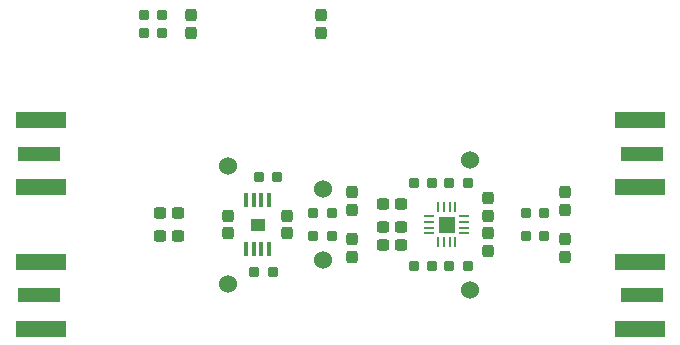
<source format=gbr>
%TF.GenerationSoftware,Altium Limited,Altium Designer,24.2.2 (26)*%
G04 Layer_Color=8421504*
%FSLAX45Y45*%
%MOMM*%
%TF.SameCoordinates,D2FE35CC-22CD-4169-9643-A2803306E4A1*%
%TF.FilePolarity,Positive*%
%TF.FileFunction,Paste,Top*%
%TF.Part,Single*%
G01*
G75*
%TA.AperFunction,ConnectorPad*%
%ADD10R,4.20000X1.35000*%
%ADD11R,3.60000X1.27000*%
%TA.AperFunction,SMDPad,CuDef*%
G04:AMPARAMS|DCode=12|XSize=1mm|YSize=1.05mm|CornerRadius=0.25mm|HoleSize=0mm|Usage=FLASHONLY|Rotation=180.000|XOffset=0mm|YOffset=0mm|HoleType=Round|Shape=RoundedRectangle|*
%AMROUNDEDRECTD12*
21,1,1.00000,0.55000,0,0,180.0*
21,1,0.50000,1.05000,0,0,180.0*
1,1,0.50000,-0.25000,0.27500*
1,1,0.50000,0.25000,0.27500*
1,1,0.50000,0.25000,-0.27500*
1,1,0.50000,-0.25000,-0.27500*
%
%ADD12ROUNDEDRECTD12*%
G04:AMPARAMS|DCode=13|XSize=0.9mm|YSize=0.85mm|CornerRadius=0.2125mm|HoleSize=0mm|Usage=FLASHONLY|Rotation=90.000|XOffset=0mm|YOffset=0mm|HoleType=Round|Shape=RoundedRectangle|*
%AMROUNDEDRECTD13*
21,1,0.90000,0.42500,0,0,90.0*
21,1,0.47500,0.85000,0,0,90.0*
1,1,0.42500,0.21250,0.23750*
1,1,0.42500,0.21250,-0.23750*
1,1,0.42500,-0.21250,-0.23750*
1,1,0.42500,-0.21250,0.23750*
%
%ADD13ROUNDEDRECTD13*%
G04:AMPARAMS|DCode=14|XSize=0.9mm|YSize=0.85mm|CornerRadius=0.2125mm|HoleSize=0mm|Usage=FLASHONLY|Rotation=0.000|XOffset=0mm|YOffset=0mm|HoleType=Round|Shape=RoundedRectangle|*
%AMROUNDEDRECTD14*
21,1,0.90000,0.42500,0,0,0.0*
21,1,0.47500,0.85000,0,0,0.0*
1,1,0.42500,0.23750,-0.21250*
1,1,0.42500,-0.23750,-0.21250*
1,1,0.42500,-0.23750,0.21250*
1,1,0.42500,0.23750,0.21250*
%
%ADD14ROUNDEDRECTD14*%
G04:AMPARAMS|DCode=15|XSize=1mm|YSize=1.05mm|CornerRadius=0.25mm|HoleSize=0mm|Usage=FLASHONLY|Rotation=90.000|XOffset=0mm|YOffset=0mm|HoleType=Round|Shape=RoundedRectangle|*
%AMROUNDEDRECTD15*
21,1,1.00000,0.55000,0,0,90.0*
21,1,0.50000,1.05000,0,0,90.0*
1,1,0.50000,0.27500,0.25000*
1,1,0.50000,0.27500,-0.25000*
1,1,0.50000,-0.27500,-0.25000*
1,1,0.50000,-0.27500,0.25000*
%
%ADD15ROUNDEDRECTD15*%
%ADD16C,1.52400*%
%ADD17R,0.41493X1.24042*%
G04:AMPARAMS|DCode=18|XSize=1.24042mm|YSize=0.41493mm|CornerRadius=0.20746mm|HoleSize=0mm|Usage=FLASHONLY|Rotation=270.000|XOffset=0mm|YOffset=0mm|HoleType=Round|Shape=RoundedRectangle|*
%AMROUNDEDRECTD18*
21,1,1.24042,0.00000,0,0,270.0*
21,1,0.82550,0.41493,0,0,270.0*
1,1,0.41492,0.00000,-0.41275*
1,1,0.41492,0.00000,0.41275*
1,1,0.41492,0.00000,0.41275*
1,1,0.41492,0.00000,-0.41275*
%
%ADD18ROUNDEDRECTD18*%
%ADD20O,0.25000X1.00000*%
%ADD21O,1.00000X0.25000*%
%ADD22R,1.45000X1.45000*%
%TA.AperFunction,NonConductor*%
%ADD54R,1.22844X1.02843*%
D10*
X216000Y1932500D02*
D03*
Y1367500D02*
D03*
X5284000D02*
D03*
Y1932500D02*
D03*
Y2567500D02*
D03*
Y3132500D02*
D03*
X216000D02*
D03*
Y2567500D02*
D03*
D11*
X196000Y1650000D02*
D03*
X5304000D02*
D03*
Y2850000D02*
D03*
X196000D02*
D03*
D12*
X2590000Y3875000D02*
D03*
Y4025000D02*
D03*
X1490000Y4025000D02*
D03*
Y3875000D02*
D03*
X1800000Y2325000D02*
D03*
Y2175000D02*
D03*
X2300000Y2175000D02*
D03*
Y2325000D02*
D03*
X4650000Y1975000D02*
D03*
Y2125000D02*
D03*
Y2525000D02*
D03*
Y2375000D02*
D03*
X4000000Y2325000D02*
D03*
Y2475000D02*
D03*
X2850000Y2525000D02*
D03*
Y2375000D02*
D03*
Y1975000D02*
D03*
Y2125000D02*
D03*
X4000000Y2175000D02*
D03*
Y2025000D02*
D03*
D13*
X2217500Y2650000D02*
D03*
X2062500D02*
D03*
X2177500Y1850000D02*
D03*
X2022500D02*
D03*
X2677500Y2350000D02*
D03*
X2522500D02*
D03*
Y2150000D02*
D03*
X2677500D02*
D03*
X4322500Y2150000D02*
D03*
X4477500D02*
D03*
X4477500Y2350000D02*
D03*
X4322500D02*
D03*
X3827500Y1900000D02*
D03*
X3672500D02*
D03*
X3372500D02*
D03*
X3527500D02*
D03*
Y2600000D02*
D03*
X3372500D02*
D03*
X3827500D02*
D03*
X3672500D02*
D03*
D14*
X1090000Y3872500D02*
D03*
Y4027500D02*
D03*
X1240000D02*
D03*
Y3872500D02*
D03*
D15*
X1225000Y2350000D02*
D03*
X1375000D02*
D03*
X1225000Y2150000D02*
D03*
X1375000D02*
D03*
X3265000Y2080000D02*
D03*
X3115000D02*
D03*
X3265000Y2230000D02*
D03*
X3115000D02*
D03*
X3265000Y2420000D02*
D03*
X3115000D02*
D03*
D16*
X1800000Y1750000D02*
D03*
X2600000Y1950000D02*
D03*
Y2550000D02*
D03*
X1800000Y2750000D02*
D03*
X3850000Y2800000D02*
D03*
Y1700000D02*
D03*
D17*
X2147500Y2455985D02*
D03*
D18*
X2082500D02*
D03*
X2017500D02*
D03*
X1952500D02*
D03*
Y2044015D02*
D03*
X2017500D02*
D03*
X2082500D02*
D03*
X2147500D02*
D03*
D20*
X3575000Y2100000D02*
D03*
X3625000D02*
D03*
X3675000D02*
D03*
X3725000D02*
D03*
Y2400000D02*
D03*
X3675000D02*
D03*
X3625000D02*
D03*
X3575000D02*
D03*
D21*
X3800000Y2175000D02*
D03*
Y2225000D02*
D03*
Y2275000D02*
D03*
Y2325000D02*
D03*
X3500000Y2175000D02*
D03*
Y2225000D02*
D03*
Y2275000D02*
D03*
Y2325000D02*
D03*
D22*
X3650000Y2250000D02*
D03*
D54*
X2050000Y2250000D02*
D03*
%TF.MD5,0b3444a37b96690dac24a4fc347f95b0*%
M02*

</source>
